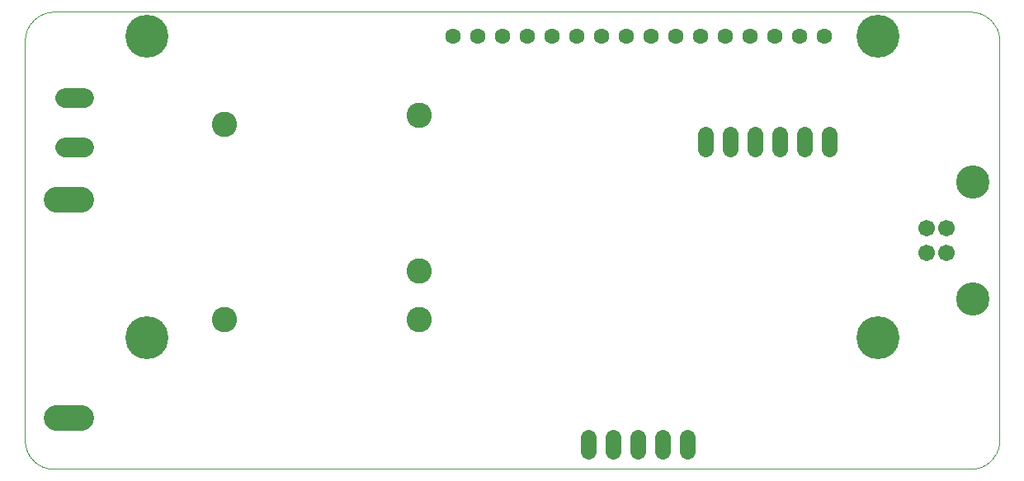
<source format=gbs>
G75*
%MOIN*%
%OFA0B0*%
%FSLAX25Y25*%
%IPPOS*%
%LPD*%
%AMOC8*
5,1,8,0,0,1.08239X$1,22.5*
%
%ADD10C,0.00394*%
%ADD11C,0.06699*%
%ADD12C,0.13455*%
%ADD13C,0.06306*%
%ADD14C,0.06306*%
%ADD15C,0.17392*%
%ADD16C,0.10243*%
%ADD17C,0.08077*%
%ADD18C,0.10400*%
D10*
X0034249Y0022713D02*
X0404327Y0022713D01*
X0404612Y0022716D01*
X0404898Y0022727D01*
X0405183Y0022744D01*
X0405467Y0022768D01*
X0405751Y0022799D01*
X0406034Y0022837D01*
X0406315Y0022882D01*
X0406596Y0022933D01*
X0406876Y0022991D01*
X0407154Y0023056D01*
X0407430Y0023128D01*
X0407704Y0023206D01*
X0407977Y0023291D01*
X0408247Y0023383D01*
X0408515Y0023481D01*
X0408781Y0023585D01*
X0409044Y0023696D01*
X0409304Y0023813D01*
X0409562Y0023936D01*
X0409816Y0024066D01*
X0410067Y0024202D01*
X0410315Y0024343D01*
X0410559Y0024491D01*
X0410800Y0024644D01*
X0411036Y0024804D01*
X0411269Y0024969D01*
X0411498Y0025139D01*
X0411723Y0025315D01*
X0411943Y0025497D01*
X0412159Y0025683D01*
X0412370Y0025875D01*
X0412577Y0026072D01*
X0412779Y0026274D01*
X0412976Y0026481D01*
X0413168Y0026692D01*
X0413354Y0026908D01*
X0413536Y0027128D01*
X0413712Y0027353D01*
X0413882Y0027582D01*
X0414047Y0027815D01*
X0414207Y0028051D01*
X0414360Y0028292D01*
X0414508Y0028536D01*
X0414649Y0028784D01*
X0414785Y0029035D01*
X0414915Y0029289D01*
X0415038Y0029547D01*
X0415155Y0029807D01*
X0415266Y0030070D01*
X0415370Y0030336D01*
X0415468Y0030604D01*
X0415560Y0030874D01*
X0415645Y0031147D01*
X0415723Y0031421D01*
X0415795Y0031697D01*
X0415860Y0031975D01*
X0415918Y0032255D01*
X0415969Y0032536D01*
X0416014Y0032817D01*
X0416052Y0033100D01*
X0416083Y0033384D01*
X0416107Y0033668D01*
X0416124Y0033953D01*
X0416135Y0034239D01*
X0416138Y0034524D01*
X0416138Y0195941D01*
X0416135Y0196226D01*
X0416124Y0196512D01*
X0416107Y0196797D01*
X0416083Y0197081D01*
X0416052Y0197365D01*
X0416014Y0197648D01*
X0415969Y0197929D01*
X0415918Y0198210D01*
X0415860Y0198490D01*
X0415795Y0198768D01*
X0415723Y0199044D01*
X0415645Y0199318D01*
X0415560Y0199591D01*
X0415468Y0199861D01*
X0415370Y0200129D01*
X0415266Y0200395D01*
X0415155Y0200658D01*
X0415038Y0200918D01*
X0414915Y0201176D01*
X0414785Y0201430D01*
X0414649Y0201681D01*
X0414508Y0201929D01*
X0414360Y0202173D01*
X0414207Y0202414D01*
X0414047Y0202650D01*
X0413882Y0202883D01*
X0413712Y0203112D01*
X0413536Y0203337D01*
X0413354Y0203557D01*
X0413168Y0203773D01*
X0412976Y0203984D01*
X0412779Y0204191D01*
X0412577Y0204393D01*
X0412370Y0204590D01*
X0412159Y0204782D01*
X0411943Y0204968D01*
X0411723Y0205150D01*
X0411498Y0205326D01*
X0411269Y0205496D01*
X0411036Y0205661D01*
X0410800Y0205821D01*
X0410559Y0205974D01*
X0410315Y0206122D01*
X0410067Y0206263D01*
X0409816Y0206399D01*
X0409562Y0206529D01*
X0409304Y0206652D01*
X0409044Y0206769D01*
X0408781Y0206880D01*
X0408515Y0206984D01*
X0408247Y0207082D01*
X0407977Y0207174D01*
X0407704Y0207259D01*
X0407430Y0207337D01*
X0407154Y0207409D01*
X0406876Y0207474D01*
X0406596Y0207532D01*
X0406315Y0207583D01*
X0406034Y0207628D01*
X0405751Y0207666D01*
X0405467Y0207697D01*
X0405183Y0207721D01*
X0404898Y0207738D01*
X0404612Y0207749D01*
X0404327Y0207752D01*
X0034249Y0207752D01*
X0033964Y0207749D01*
X0033678Y0207738D01*
X0033393Y0207721D01*
X0033109Y0207697D01*
X0032825Y0207666D01*
X0032542Y0207628D01*
X0032261Y0207583D01*
X0031980Y0207532D01*
X0031700Y0207474D01*
X0031422Y0207409D01*
X0031146Y0207337D01*
X0030872Y0207259D01*
X0030599Y0207174D01*
X0030329Y0207082D01*
X0030061Y0206984D01*
X0029795Y0206880D01*
X0029532Y0206769D01*
X0029272Y0206652D01*
X0029014Y0206529D01*
X0028760Y0206399D01*
X0028509Y0206263D01*
X0028261Y0206122D01*
X0028017Y0205974D01*
X0027776Y0205821D01*
X0027540Y0205661D01*
X0027307Y0205496D01*
X0027078Y0205326D01*
X0026853Y0205150D01*
X0026633Y0204968D01*
X0026417Y0204782D01*
X0026206Y0204590D01*
X0025999Y0204393D01*
X0025797Y0204191D01*
X0025600Y0203984D01*
X0025408Y0203773D01*
X0025222Y0203557D01*
X0025040Y0203337D01*
X0024864Y0203112D01*
X0024694Y0202883D01*
X0024529Y0202650D01*
X0024369Y0202414D01*
X0024216Y0202173D01*
X0024068Y0201929D01*
X0023927Y0201681D01*
X0023791Y0201430D01*
X0023661Y0201176D01*
X0023538Y0200918D01*
X0023421Y0200658D01*
X0023310Y0200395D01*
X0023206Y0200129D01*
X0023108Y0199861D01*
X0023016Y0199591D01*
X0022931Y0199318D01*
X0022853Y0199044D01*
X0022781Y0198768D01*
X0022716Y0198490D01*
X0022658Y0198210D01*
X0022607Y0197929D01*
X0022562Y0197648D01*
X0022524Y0197365D01*
X0022493Y0197081D01*
X0022469Y0196797D01*
X0022452Y0196512D01*
X0022441Y0196226D01*
X0022438Y0195941D01*
X0022438Y0034524D01*
X0022441Y0034239D01*
X0022452Y0033953D01*
X0022469Y0033668D01*
X0022493Y0033384D01*
X0022524Y0033100D01*
X0022562Y0032817D01*
X0022607Y0032536D01*
X0022658Y0032255D01*
X0022716Y0031975D01*
X0022781Y0031697D01*
X0022853Y0031421D01*
X0022931Y0031147D01*
X0023016Y0030874D01*
X0023108Y0030604D01*
X0023206Y0030336D01*
X0023310Y0030070D01*
X0023421Y0029807D01*
X0023538Y0029547D01*
X0023661Y0029289D01*
X0023791Y0029035D01*
X0023927Y0028784D01*
X0024068Y0028536D01*
X0024216Y0028292D01*
X0024369Y0028051D01*
X0024529Y0027815D01*
X0024694Y0027582D01*
X0024864Y0027353D01*
X0025040Y0027128D01*
X0025222Y0026908D01*
X0025408Y0026692D01*
X0025600Y0026481D01*
X0025797Y0026274D01*
X0025999Y0026072D01*
X0026206Y0025875D01*
X0026417Y0025683D01*
X0026633Y0025497D01*
X0026853Y0025315D01*
X0027078Y0025139D01*
X0027307Y0024969D01*
X0027540Y0024804D01*
X0027776Y0024644D01*
X0028017Y0024491D01*
X0028261Y0024343D01*
X0028509Y0024202D01*
X0028760Y0024066D01*
X0029014Y0023936D01*
X0029272Y0023813D01*
X0029532Y0023696D01*
X0029795Y0023585D01*
X0030061Y0023481D01*
X0030329Y0023383D01*
X0030599Y0023291D01*
X0030872Y0023206D01*
X0031146Y0023128D01*
X0031422Y0023056D01*
X0031700Y0022991D01*
X0031980Y0022933D01*
X0032261Y0022882D01*
X0032542Y0022837D01*
X0032825Y0022799D01*
X0033109Y0022768D01*
X0033393Y0022744D01*
X0033678Y0022727D01*
X0033964Y0022716D01*
X0034249Y0022713D01*
D11*
X0386768Y0110311D03*
X0394642Y0110311D03*
X0394642Y0120154D03*
X0386768Y0120154D03*
D12*
X0405312Y0138933D03*
X0405312Y0091531D03*
D13*
X0289938Y0035665D02*
X0289938Y0029760D01*
X0279938Y0029760D02*
X0279938Y0035665D01*
X0269938Y0035665D02*
X0269938Y0029760D01*
X0259938Y0029760D02*
X0259938Y0035665D01*
X0249938Y0035665D02*
X0249938Y0029760D01*
X0297438Y0152260D02*
X0297438Y0158165D01*
X0307438Y0158165D02*
X0307438Y0152260D01*
X0317438Y0152260D02*
X0317438Y0158165D01*
X0327438Y0158165D02*
X0327438Y0152260D01*
X0337438Y0152260D02*
X0337438Y0158165D01*
X0347438Y0158165D02*
X0347438Y0152260D01*
D14*
X0345272Y0197909D03*
X0335272Y0197909D03*
X0325272Y0197909D03*
X0315272Y0197909D03*
X0305272Y0197909D03*
X0295272Y0197909D03*
X0285272Y0197909D03*
X0275272Y0197909D03*
X0265272Y0197909D03*
X0255272Y0197909D03*
X0245272Y0197909D03*
X0235272Y0197909D03*
X0225272Y0197909D03*
X0215272Y0197909D03*
X0205272Y0197909D03*
X0195272Y0197909D03*
D15*
X0071650Y0197909D03*
X0071650Y0075862D03*
X0366926Y0075862D03*
X0366926Y0197909D03*
D16*
X0181808Y0166020D03*
X0103068Y0162083D03*
X0181808Y0103028D03*
X0181808Y0083343D03*
X0103068Y0083343D03*
D17*
X0046276Y0152713D02*
X0038599Y0152713D01*
X0038599Y0172713D02*
X0046276Y0172713D01*
D18*
X0044938Y0132013D02*
X0034938Y0132013D01*
X0034938Y0043413D02*
X0044938Y0043413D01*
M02*

</source>
